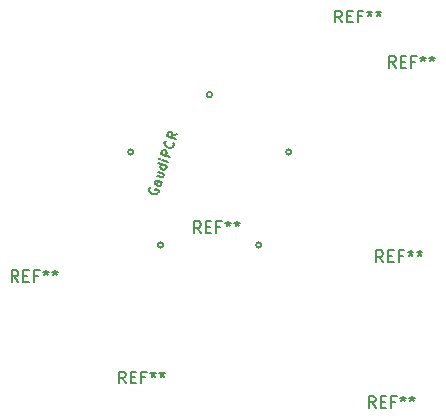
<source format=gbr>
G04 #@! TF.GenerationSoftware,KiCad,Pcbnew,5.0.2-bee76a0~70~ubuntu18.04.1*
G04 #@! TF.CreationDate,2019-05-31T10:22:34+02:00*
G04 #@! TF.ProjectId,GaudiPCR,47617564-6950-4435-922e-6b696361645f,rev?*
G04 #@! TF.SameCoordinates,Original*
G04 #@! TF.FileFunction,Legend,Top*
G04 #@! TF.FilePolarity,Positive*
%FSLAX46Y46*%
G04 Gerber Fmt 4.6, Leading zero omitted, Abs format (unit mm)*
G04 Created by KiCad (PCBNEW 5.0.2-bee76a0~70~ubuntu18.04.1) date Fr 31 Mai 2019 10:22:34 CEST*
%MOMM*%
%LPD*%
G01*
G04 APERTURE LIST*
%ADD10C,0.150000*%
%ADD11C,0.200000*%
G04 APERTURE END LIST*
D10*
X104456716Y-105700000D02*
G75*
G03X104456716Y-105700000I-226716J0D01*
G01*
X96136716Y-105700000D02*
G75*
G03X96136716Y-105700000I-226716J0D01*
G01*
X93616716Y-97830000D02*
G75*
G03X93616716Y-97830000I-226716J0D01*
G01*
X106996716Y-97830000D02*
G75*
G03X106996716Y-97830000I-226716J0D01*
G01*
X100276716Y-92980000D02*
G75*
G03X100276716Y-92980000I-226716J0D01*
G01*
D11*
X95059138Y-100832121D02*
X94999363Y-100892810D01*
X94964047Y-101001502D01*
X94964962Y-101121967D01*
X95013879Y-101217972D01*
X95074568Y-101277747D01*
X95207719Y-101361066D01*
X95316411Y-101396382D01*
X95473106Y-101407240D01*
X95557340Y-101394553D01*
X95653346Y-101345636D01*
X95724892Y-101248716D01*
X95748437Y-101176254D01*
X95747522Y-101055790D01*
X95723063Y-101007787D01*
X95469448Y-100925383D01*
X95422360Y-101070306D01*
X96007422Y-100379179D02*
X95608884Y-100249686D01*
X95524651Y-100262372D01*
X95464876Y-100323062D01*
X95417788Y-100467985D01*
X95430474Y-100552218D01*
X95971192Y-100367406D02*
X95983878Y-100451640D01*
X95925018Y-100632794D01*
X95865243Y-100693483D01*
X95781009Y-100706170D01*
X95708548Y-100682625D01*
X95647859Y-100622851D01*
X95635172Y-100538617D01*
X95694032Y-100357463D01*
X95681346Y-100273230D01*
X95723862Y-99525986D02*
X96231092Y-99690795D01*
X95617913Y-99852062D02*
X96016451Y-99981555D01*
X96100684Y-99968869D01*
X96160459Y-99908179D01*
X96195776Y-99799487D01*
X96183089Y-99715253D01*
X96158630Y-99667251D01*
X96454761Y-99002411D02*
X95693916Y-98755197D01*
X96418530Y-98990639D02*
X96431217Y-99074872D01*
X96384129Y-99219795D01*
X96324354Y-99280485D01*
X96276351Y-99304943D01*
X96192118Y-99317630D01*
X95974733Y-99246998D01*
X95914044Y-99187223D01*
X95889585Y-99139220D01*
X95876899Y-99054986D01*
X95923987Y-98910063D01*
X95983762Y-98849374D01*
X96572482Y-98640104D02*
X96065252Y-98475295D01*
X95811637Y-98392890D02*
X95836095Y-98440893D01*
X95884098Y-98416434D01*
X95859640Y-98368432D01*
X95811637Y-98392890D01*
X95884098Y-98416434D01*
X96690203Y-98277797D02*
X95929357Y-98030583D01*
X96023534Y-97740737D01*
X96083309Y-97680048D01*
X96131312Y-97655589D01*
X96215545Y-97642903D01*
X96324237Y-97678219D01*
X96384927Y-97737994D01*
X96409386Y-97785996D01*
X96422072Y-97870230D01*
X96327895Y-98160076D01*
X97006220Y-97058638D02*
X97030678Y-97106641D01*
X97031593Y-97227106D01*
X97008049Y-97299567D01*
X96936502Y-97396487D01*
X96840496Y-97445404D01*
X96756263Y-97458091D01*
X96599568Y-97447233D01*
X96490876Y-97411917D01*
X96357725Y-97328598D01*
X96297035Y-97268823D01*
X96248118Y-97172818D01*
X96247204Y-97052353D01*
X96270748Y-96979892D01*
X96342295Y-96882972D01*
X96390297Y-96858513D01*
X97325895Y-96321337D02*
X96881183Y-96457232D01*
X97184630Y-96756106D02*
X96423785Y-96508893D01*
X96517961Y-96219047D01*
X96577736Y-96158357D01*
X96625739Y-96133899D01*
X96709972Y-96121212D01*
X96818665Y-96156528D01*
X96879354Y-96216303D01*
X96903813Y-96264306D01*
X96916499Y-96348540D01*
X96822323Y-96638385D01*
G04 #@! TO.C,REF\002A\002A*
D10*
X115806666Y-90692380D02*
X115473333Y-90216190D01*
X115235238Y-90692380D02*
X115235238Y-89692380D01*
X115616190Y-89692380D01*
X115711428Y-89740000D01*
X115759047Y-89787619D01*
X115806666Y-89882857D01*
X115806666Y-90025714D01*
X115759047Y-90120952D01*
X115711428Y-90168571D01*
X115616190Y-90216190D01*
X115235238Y-90216190D01*
X116235238Y-90168571D02*
X116568571Y-90168571D01*
X116711428Y-90692380D02*
X116235238Y-90692380D01*
X116235238Y-89692380D01*
X116711428Y-89692380D01*
X117473333Y-90168571D02*
X117140000Y-90168571D01*
X117140000Y-90692380D02*
X117140000Y-89692380D01*
X117616190Y-89692380D01*
X118140000Y-89692380D02*
X118140000Y-89930476D01*
X117901904Y-89835238D02*
X118140000Y-89930476D01*
X118378095Y-89835238D01*
X117997142Y-90120952D02*
X118140000Y-89930476D01*
X118282857Y-90120952D01*
X118901904Y-89692380D02*
X118901904Y-89930476D01*
X118663809Y-89835238D02*
X118901904Y-89930476D01*
X119140000Y-89835238D01*
X118759047Y-90120952D02*
X118901904Y-89930476D01*
X119044761Y-90120952D01*
X114116666Y-119512380D02*
X113783333Y-119036190D01*
X113545238Y-119512380D02*
X113545238Y-118512380D01*
X113926190Y-118512380D01*
X114021428Y-118560000D01*
X114069047Y-118607619D01*
X114116666Y-118702857D01*
X114116666Y-118845714D01*
X114069047Y-118940952D01*
X114021428Y-118988571D01*
X113926190Y-119036190D01*
X113545238Y-119036190D01*
X114545238Y-118988571D02*
X114878571Y-118988571D01*
X115021428Y-119512380D02*
X114545238Y-119512380D01*
X114545238Y-118512380D01*
X115021428Y-118512380D01*
X115783333Y-118988571D02*
X115450000Y-118988571D01*
X115450000Y-119512380D02*
X115450000Y-118512380D01*
X115926190Y-118512380D01*
X116450000Y-118512380D02*
X116450000Y-118750476D01*
X116211904Y-118655238D02*
X116450000Y-118750476D01*
X116688095Y-118655238D01*
X116307142Y-118940952D02*
X116450000Y-118750476D01*
X116592857Y-118940952D01*
X117211904Y-118512380D02*
X117211904Y-118750476D01*
X116973809Y-118655238D02*
X117211904Y-118750476D01*
X117450000Y-118655238D01*
X117069047Y-118940952D02*
X117211904Y-118750476D01*
X117354761Y-118940952D01*
X83866666Y-108822380D02*
X83533333Y-108346190D01*
X83295238Y-108822380D02*
X83295238Y-107822380D01*
X83676190Y-107822380D01*
X83771428Y-107870000D01*
X83819047Y-107917619D01*
X83866666Y-108012857D01*
X83866666Y-108155714D01*
X83819047Y-108250952D01*
X83771428Y-108298571D01*
X83676190Y-108346190D01*
X83295238Y-108346190D01*
X84295238Y-108298571D02*
X84628571Y-108298571D01*
X84771428Y-108822380D02*
X84295238Y-108822380D01*
X84295238Y-107822380D01*
X84771428Y-107822380D01*
X85533333Y-108298571D02*
X85200000Y-108298571D01*
X85200000Y-108822380D02*
X85200000Y-107822380D01*
X85676190Y-107822380D01*
X86200000Y-107822380D02*
X86200000Y-108060476D01*
X85961904Y-107965238D02*
X86200000Y-108060476D01*
X86438095Y-107965238D01*
X86057142Y-108250952D02*
X86200000Y-108060476D01*
X86342857Y-108250952D01*
X86961904Y-107822380D02*
X86961904Y-108060476D01*
X86723809Y-107965238D02*
X86961904Y-108060476D01*
X87200000Y-107965238D01*
X86819047Y-108250952D02*
X86961904Y-108060476D01*
X87104761Y-108250952D01*
X92956666Y-117412380D02*
X92623333Y-116936190D01*
X92385238Y-117412380D02*
X92385238Y-116412380D01*
X92766190Y-116412380D01*
X92861428Y-116460000D01*
X92909047Y-116507619D01*
X92956666Y-116602857D01*
X92956666Y-116745714D01*
X92909047Y-116840952D01*
X92861428Y-116888571D01*
X92766190Y-116936190D01*
X92385238Y-116936190D01*
X93385238Y-116888571D02*
X93718571Y-116888571D01*
X93861428Y-117412380D02*
X93385238Y-117412380D01*
X93385238Y-116412380D01*
X93861428Y-116412380D01*
X94623333Y-116888571D02*
X94290000Y-116888571D01*
X94290000Y-117412380D02*
X94290000Y-116412380D01*
X94766190Y-116412380D01*
X95290000Y-116412380D02*
X95290000Y-116650476D01*
X95051904Y-116555238D02*
X95290000Y-116650476D01*
X95528095Y-116555238D01*
X95147142Y-116840952D02*
X95290000Y-116650476D01*
X95432857Y-116840952D01*
X96051904Y-116412380D02*
X96051904Y-116650476D01*
X95813809Y-116555238D02*
X96051904Y-116650476D01*
X96290000Y-116555238D01*
X95909047Y-116840952D02*
X96051904Y-116650476D01*
X96194761Y-116840952D01*
X114746666Y-107162380D02*
X114413333Y-106686190D01*
X114175238Y-107162380D02*
X114175238Y-106162380D01*
X114556190Y-106162380D01*
X114651428Y-106210000D01*
X114699047Y-106257619D01*
X114746666Y-106352857D01*
X114746666Y-106495714D01*
X114699047Y-106590952D01*
X114651428Y-106638571D01*
X114556190Y-106686190D01*
X114175238Y-106686190D01*
X115175238Y-106638571D02*
X115508571Y-106638571D01*
X115651428Y-107162380D02*
X115175238Y-107162380D01*
X115175238Y-106162380D01*
X115651428Y-106162380D01*
X116413333Y-106638571D02*
X116080000Y-106638571D01*
X116080000Y-107162380D02*
X116080000Y-106162380D01*
X116556190Y-106162380D01*
X117080000Y-106162380D02*
X117080000Y-106400476D01*
X116841904Y-106305238D02*
X117080000Y-106400476D01*
X117318095Y-106305238D01*
X116937142Y-106590952D02*
X117080000Y-106400476D01*
X117222857Y-106590952D01*
X117841904Y-106162380D02*
X117841904Y-106400476D01*
X117603809Y-106305238D02*
X117841904Y-106400476D01*
X118080000Y-106305238D01*
X117699047Y-106590952D02*
X117841904Y-106400476D01*
X117984761Y-106590952D01*
X111276666Y-86852380D02*
X110943333Y-86376190D01*
X110705238Y-86852380D02*
X110705238Y-85852380D01*
X111086190Y-85852380D01*
X111181428Y-85900000D01*
X111229047Y-85947619D01*
X111276666Y-86042857D01*
X111276666Y-86185714D01*
X111229047Y-86280952D01*
X111181428Y-86328571D01*
X111086190Y-86376190D01*
X110705238Y-86376190D01*
X111705238Y-86328571D02*
X112038571Y-86328571D01*
X112181428Y-86852380D02*
X111705238Y-86852380D01*
X111705238Y-85852380D01*
X112181428Y-85852380D01*
X112943333Y-86328571D02*
X112610000Y-86328571D01*
X112610000Y-86852380D02*
X112610000Y-85852380D01*
X113086190Y-85852380D01*
X113610000Y-85852380D02*
X113610000Y-86090476D01*
X113371904Y-85995238D02*
X113610000Y-86090476D01*
X113848095Y-85995238D01*
X113467142Y-86280952D02*
X113610000Y-86090476D01*
X113752857Y-86280952D01*
X114371904Y-85852380D02*
X114371904Y-86090476D01*
X114133809Y-85995238D02*
X114371904Y-86090476D01*
X114610000Y-85995238D01*
X114229047Y-86280952D02*
X114371904Y-86090476D01*
X114514761Y-86280952D01*
X99316666Y-104702380D02*
X98983333Y-104226190D01*
X98745238Y-104702380D02*
X98745238Y-103702380D01*
X99126190Y-103702380D01*
X99221428Y-103750000D01*
X99269047Y-103797619D01*
X99316666Y-103892857D01*
X99316666Y-104035714D01*
X99269047Y-104130952D01*
X99221428Y-104178571D01*
X99126190Y-104226190D01*
X98745238Y-104226190D01*
X99745238Y-104178571D02*
X100078571Y-104178571D01*
X100221428Y-104702380D02*
X99745238Y-104702380D01*
X99745238Y-103702380D01*
X100221428Y-103702380D01*
X100983333Y-104178571D02*
X100650000Y-104178571D01*
X100650000Y-104702380D02*
X100650000Y-103702380D01*
X101126190Y-103702380D01*
X101650000Y-103702380D02*
X101650000Y-103940476D01*
X101411904Y-103845238D02*
X101650000Y-103940476D01*
X101888095Y-103845238D01*
X101507142Y-104130952D02*
X101650000Y-103940476D01*
X101792857Y-104130952D01*
X102411904Y-103702380D02*
X102411904Y-103940476D01*
X102173809Y-103845238D02*
X102411904Y-103940476D01*
X102650000Y-103845238D01*
X102269047Y-104130952D02*
X102411904Y-103940476D01*
X102554761Y-104130952D01*
G04 #@! TD*
M02*

</source>
